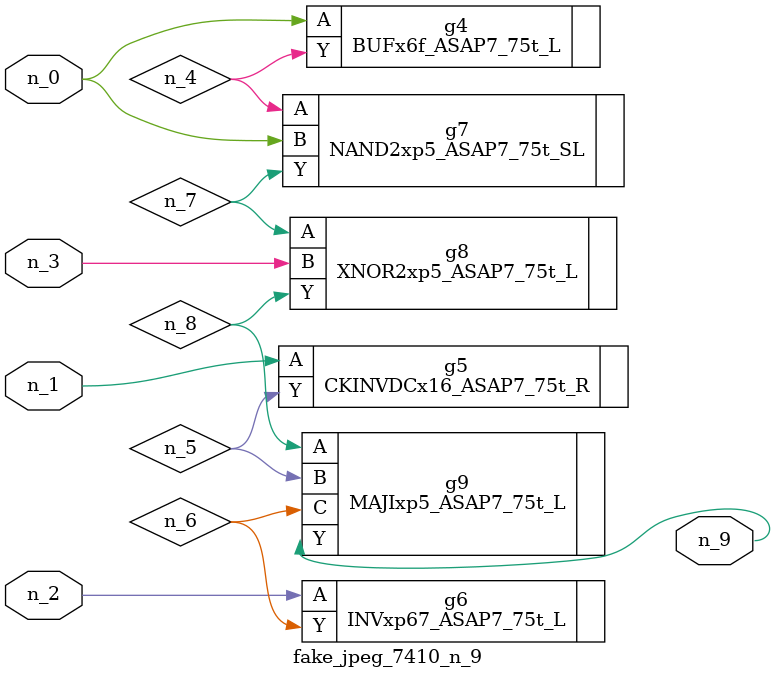
<source format=v>
module fake_jpeg_7410_n_9 (n_0, n_3, n_2, n_1, n_9);

input n_0;
input n_3;
input n_2;
input n_1;

output n_9;

wire n_4;
wire n_8;
wire n_6;
wire n_5;
wire n_7;

BUFx6f_ASAP7_75t_L g4 ( 
.A(n_0),
.Y(n_4)
);

CKINVDCx16_ASAP7_75t_R g5 ( 
.A(n_1),
.Y(n_5)
);

INVxp67_ASAP7_75t_L g6 ( 
.A(n_2),
.Y(n_6)
);

NAND2xp5_ASAP7_75t_SL g7 ( 
.A(n_4),
.B(n_0),
.Y(n_7)
);

XNOR2xp5_ASAP7_75t_L g8 ( 
.A(n_7),
.B(n_3),
.Y(n_8)
);

MAJIxp5_ASAP7_75t_L g9 ( 
.A(n_8),
.B(n_5),
.C(n_6),
.Y(n_9)
);


endmodule
</source>
